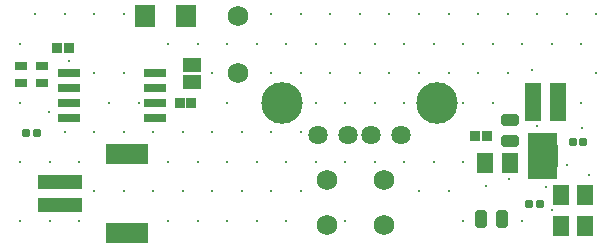
<source format=gts>
G04*
G04 #@! TF.GenerationSoftware,Altium Limited,Altium Designer,21.2.0 (30)*
G04*
G04 Layer_Color=8388736*
%FSLAX25Y25*%
%MOIN*%
G70*
G04*
G04 #@! TF.SameCoordinates,9EB53224-002F-4CA6-BEF0-4101847B7537*
G04*
G04*
G04 #@! TF.FilePolarity,Negative*
G04*
G01*
G75*
%ADD32R,0.14186X0.06706*%
%ADD33R,0.14580X0.04737*%
%ADD34R,0.07300X0.03000*%
%ADD35R,0.06115X0.05131*%
%ADD36R,0.03950X0.03162*%
%ADD37R,0.06784X0.07414*%
%ADD38R,0.03359X0.03359*%
G04:AMPARAMS|DCode=39|XSize=29.65mil|YSize=27.69mil|CornerRadius=6.46mil|HoleSize=0mil|Usage=FLASHONLY|Rotation=270.000|XOffset=0mil|YOffset=0mil|HoleType=Round|Shape=RoundedRectangle|*
%AMROUNDEDRECTD39*
21,1,0.02965,0.01476,0,0,270.0*
21,1,0.01673,0.02769,0,0,270.0*
1,1,0.01292,-0.00738,-0.00837*
1,1,0.01292,-0.00738,0.00837*
1,1,0.01292,0.00738,0.00837*
1,1,0.01292,0.00738,-0.00837*
%
%ADD39ROUNDEDRECTD39*%
G04:AMPARAMS|DCode=40|XSize=59.18mil|YSize=37.92mil|CornerRadius=7.74mil|HoleSize=0mil|Usage=FLASHONLY|Rotation=180.000|XOffset=0mil|YOffset=0mil|HoleType=Round|Shape=RoundedRectangle|*
%AMROUNDEDRECTD40*
21,1,0.05918,0.02244,0,0,180.0*
21,1,0.04370,0.03792,0,0,180.0*
1,1,0.01548,-0.02185,0.01122*
1,1,0.01548,0.02185,0.01122*
1,1,0.01548,0.02185,-0.01122*
1,1,0.01548,-0.02185,-0.01122*
%
%ADD40ROUNDEDRECTD40*%
%ADD41R,0.05524X0.06706*%
G04:AMPARAMS|DCode=42|XSize=59.18mil|YSize=37.92mil|CornerRadius=7.74mil|HoleSize=0mil|Usage=FLASHONLY|Rotation=270.000|XOffset=0mil|YOffset=0mil|HoleType=Round|Shape=RoundedRectangle|*
%AMROUNDEDRECTD42*
21,1,0.05918,0.02244,0,0,270.0*
21,1,0.04370,0.03792,0,0,270.0*
1,1,0.01548,-0.01122,-0.02185*
1,1,0.01548,-0.01122,0.02185*
1,1,0.01548,0.01122,0.02185*
1,1,0.01548,0.01122,-0.02185*
%
%ADD42ROUNDEDRECTD42*%
%ADD43R,0.05288X0.12808*%
%ADD44R,0.10200X0.07300*%
%ADD45R,0.02000X0.04000*%
%ADD46C,0.13855*%
%ADD47C,0.06422*%
%ADD48C,0.06800*%
%ADD49C,0.01181*%
D32*
X350638Y379811D02*
D03*
Y406189D02*
D03*
D33*
X328000Y389063D02*
D03*
Y396937D02*
D03*
D34*
X331200Y418000D02*
D03*
Y423000D02*
D03*
Y428000D02*
D03*
Y433000D02*
D03*
X359800D02*
D03*
Y428000D02*
D03*
Y423000D02*
D03*
Y418000D02*
D03*
D35*
X372000Y435713D02*
D03*
Y430201D02*
D03*
D36*
X322000Y435500D02*
D03*
Y429791D02*
D03*
X315000Y435500D02*
D03*
Y429791D02*
D03*
D37*
X356614Y452000D02*
D03*
X370000D02*
D03*
D38*
X331000Y441500D02*
D03*
X327063D02*
D03*
X368000Y423000D02*
D03*
X371937D02*
D03*
X466563Y412000D02*
D03*
X470500D02*
D03*
D39*
X316957Y413000D02*
D03*
X320500D02*
D03*
X499000Y410000D02*
D03*
X502543D02*
D03*
X484500Y389500D02*
D03*
X488043D02*
D03*
D40*
X478000Y410453D02*
D03*
Y417500D02*
D03*
D41*
X469732Y403000D02*
D03*
X478000D02*
D03*
X503268Y382090D02*
D03*
X495000D02*
D03*
Y392500D02*
D03*
X503268D02*
D03*
D42*
X475500Y384500D02*
D03*
X468453D02*
D03*
D43*
X485748Y423500D02*
D03*
X494252D02*
D03*
D44*
X489000Y405500D02*
D03*
D45*
X492900Y399700D02*
D03*
X491000D02*
D03*
X489000D02*
D03*
X487000D02*
D03*
X485100D02*
D03*
Y411300D02*
D03*
X487000D02*
D03*
X489000D02*
D03*
X491000D02*
D03*
X492900D02*
D03*
D46*
X402134Y423000D02*
D03*
X453866D02*
D03*
D47*
X414221Y412331D02*
D03*
X424063D02*
D03*
X431937D02*
D03*
X441780D02*
D03*
D48*
X436000Y397500D02*
D03*
X417000D02*
D03*
X387500Y433000D02*
D03*
Y452000D02*
D03*
X436000Y382500D02*
D03*
X417000D02*
D03*
D49*
X506890Y452756D02*
D03*
X501968Y442913D02*
D03*
X506890Y433071D02*
D03*
X501968Y423228D02*
D03*
X497047Y452756D02*
D03*
X492126Y442913D02*
D03*
X487205Y452756D02*
D03*
X482283Y442913D02*
D03*
Y383858D02*
D03*
X477362Y452756D02*
D03*
X472441Y442913D02*
D03*
X477362Y433071D02*
D03*
X472441Y423228D02*
D03*
X467520Y452756D02*
D03*
X462598Y442913D02*
D03*
X467520Y433071D02*
D03*
X462598Y423228D02*
D03*
Y403543D02*
D03*
Y383858D02*
D03*
X457677Y452756D02*
D03*
X452756Y442913D02*
D03*
X457677Y433071D02*
D03*
X452756Y403543D02*
D03*
X457677Y393701D02*
D03*
X447835Y452756D02*
D03*
X442913Y442913D02*
D03*
X447835Y433071D02*
D03*
X442913Y423228D02*
D03*
Y403543D02*
D03*
X447835Y393701D02*
D03*
X437992Y452756D02*
D03*
X433071Y442913D02*
D03*
X437992Y433071D02*
D03*
X433071Y423228D02*
D03*
Y403543D02*
D03*
X428150Y452756D02*
D03*
X423228Y442913D02*
D03*
X428150Y433071D02*
D03*
X423228Y423228D02*
D03*
Y403543D02*
D03*
Y383858D02*
D03*
X418307Y452756D02*
D03*
X413386Y442913D02*
D03*
X418307Y433071D02*
D03*
X413386Y423228D02*
D03*
Y403543D02*
D03*
X408465Y452756D02*
D03*
X403543Y442913D02*
D03*
X408465Y433071D02*
D03*
Y413386D02*
D03*
X403543Y403543D02*
D03*
X408465Y393701D02*
D03*
X403543Y383858D02*
D03*
X398622Y452756D02*
D03*
X393701Y442913D02*
D03*
X398622Y433071D02*
D03*
Y413386D02*
D03*
X393701Y403543D02*
D03*
X398622Y393701D02*
D03*
X393701Y383858D02*
D03*
X383858Y442913D02*
D03*
Y423228D02*
D03*
X388779Y413386D02*
D03*
X383858Y403543D02*
D03*
X388779Y393701D02*
D03*
X383858Y383858D02*
D03*
X374016Y442913D02*
D03*
X378937Y433071D02*
D03*
Y413386D02*
D03*
X374016Y403543D02*
D03*
X378937Y393701D02*
D03*
X374016Y383858D02*
D03*
X364173Y442913D02*
D03*
X369094Y413386D02*
D03*
X364173Y403543D02*
D03*
X369094Y393701D02*
D03*
X364173Y383858D02*
D03*
X354331Y423228D02*
D03*
X359252Y413386D02*
D03*
Y393701D02*
D03*
X349410Y452756D02*
D03*
Y433071D02*
D03*
X344488Y423228D02*
D03*
X349410Y413386D02*
D03*
Y393701D02*
D03*
X339567Y452756D02*
D03*
Y433071D02*
D03*
Y413386D02*
D03*
X334646Y403543D02*
D03*
X339567Y393701D02*
D03*
X334646Y383858D02*
D03*
X329724Y452756D02*
D03*
Y413386D02*
D03*
X324803Y403543D02*
D03*
Y383858D02*
D03*
X319882Y452756D02*
D03*
X314961Y442913D02*
D03*
Y423228D02*
D03*
Y403543D02*
D03*
Y383858D02*
D03*
X331000Y437000D02*
D03*
X324500Y420000D02*
D03*
X477969Y397681D02*
D03*
X497000Y402500D02*
D03*
X502151Y414946D02*
D03*
X504500Y399000D02*
D03*
X470000Y395500D02*
D03*
X485500Y434000D02*
D03*
X487000Y415315D02*
D03*
X490220Y394999D02*
D03*
X492326Y387388D02*
D03*
M02*

</source>
